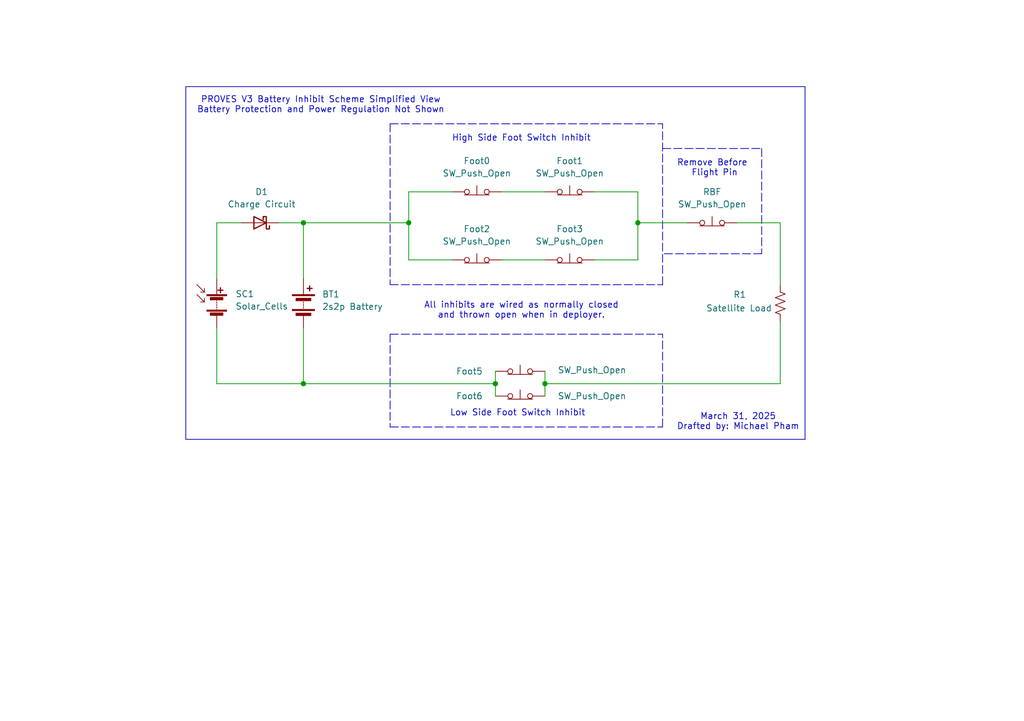
<source format=kicad_sch>
(kicad_sch (version 20250114) (generator "eeschema") (generator_version "9.0")
  (paper "A5")
  (lib_symbols
    (symbol "Device:Battery" (pin_numbers (hide yes)) (pin_names (offset 0) (hide yes))
      (property "Reference" "BT" (at 2.54 2.54 0))
      (property "Value" "Battery" (at 2.54 0 0))
      (symbol "Battery_0_1"
        (rectangle (start -2.286 1.778) (end 2.286 1.524) (fill (type outline)))
        (rectangle (start -2.286 -1.27) (end 2.286 -1.524) (fill (type outline)))
        (rectangle (start -1.524 1.016) (end 1.524 0.508) (fill (type outline)))
        (rectangle (start -1.524 -2.032) (end 1.524 -2.54) (fill (type outline)))
        (polyline (pts (xy 0 1.778) (xy 0 2.54)))
        (polyline (pts (xy 0 0) (xy 0 0.254)))
        (polyline (pts (xy 0 -0.508) (xy 0 -0.254)))
        (polyline (pts (xy 0 -1.016) (xy 0 -0.762)))
        (polyline (pts (xy 0.762 3.048) (xy 1.778 3.048)) (stroke (width 0.254)))
        (polyline (pts (xy 1.27 3.556) (xy 1.27 2.54)) (stroke (width 0.254)))
      )
      (symbol "Battery_1_1"
        (pin passive line (at 0 5.08 270) (length 2.54) (name "+") (number "1"))
        (pin passive line (at 0 -5.08 90) (length 2.54) (name "-") (number "2"))
      )
    )
    (symbol "Device:D_Schottky" (pin_numbers (hide yes)) (pin_names (offset 1.016) (hide yes))
      (property "Reference" "D" (at 0 2.54 0))
      (property "Value" "D_Schottky" (at 0 -2.54 0))
      (symbol "D_Schottky_0_1"
        (polyline (pts (xy -1.905 0.635) (xy -1.905 1.27) (xy -1.27 1.27) (xy -1.27 -1.27) (xy -0.635 -1.27) (xy -0.635 -0.635)) (stroke (width 0.254)))
        (polyline (pts (xy 1.27 1.27) (xy 1.27 -1.27) (xy -1.27 0) (xy 1.27 1.27)) (stroke (width 0.254)))
        (polyline (pts (xy 1.27 0) (xy -1.27 0)))
      )
      (symbol "D_Schottky_1_1"
        (pin passive line (at -3.81 0 0) (length 2.54) (name "K") (number "1"))
        (pin passive line (at 3.81 0 180) (length 2.54) (name "A") (number "2"))
      )
    )
    (symbol "Device:R_US" (pin_numbers (hide yes)) (pin_names (offset 0))
      (property "Reference" "R" (at 2.54 0 90))
      (property "Value" "R_US" (at -2.54 0 90))
      (symbol "R_US_0_1"
        (polyline (pts (xy 0 2.286) (xy 0 2.54)))
        (polyline (pts (xy 0 2.286) (xy 1.016 1.905) (xy 0 1.524) (xy -1.016 1.143) (xy 0 0.762)))
        (polyline (pts (xy 0 0.762) (xy 1.016 0.381) (xy 0 0) (xy -1.016 -0.381) (xy 0 -0.762)))
        (polyline (pts (xy 0 -0.762) (xy 1.016 -1.143) (xy 0 -1.524) (xy -1.016 -1.905) (xy 0 -2.286)))
        (polyline (pts (xy 0 -2.286) (xy 0 -2.54)))
      )
      (symbol "R_US_1_1"
        (pin passive line (at 0 3.81 270) (length 1.27) (name "~") (number "1"))
        (pin passive line (at 0 -3.81 90) (length 1.27) (name "~") (number "2"))
      )
    )
    (symbol "Device:Solar_Cells" (pin_numbers (hide yes)) (pin_names (offset 0) (hide yes))
      (property "Reference" "SC" (at 2.54 2.54 0))
      (property "Value" "Solar_Cells" (at 2.54 0 0))
      (symbol "Solar_Cells_0_1"
        (polyline (pts (xy -2.54 3.048) (xy -2.54 2.286) (xy -3.302 2.286)))
        (polyline (pts (xy -2.54 2.286) (xy -4.064 3.81)))
        (polyline (pts (xy -2.54 1.016) (xy -2.54 0.254) (xy -3.302 0.254)))
        (polyline (pts (xy -2.54 0.254) (xy -4.064 1.778)))
        (rectangle (start -2.032 1.778) (end 2.032 1.524) (fill (type outline)))
        (rectangle (start -2.032 -1.397) (end 2.032 -1.651) (fill (type outline)))
        (rectangle (start -1.3208 1.1938) (end 1.27 0.6858) (fill (type outline)))
        (rectangle (start -1.3208 -1.9812) (end 1.27 -2.4892) (fill (type outline)))
        (polyline (pts (xy 0 1.778) (xy 0 2.54)))
        (polyline (pts (xy 0 0.508) (xy 0 0.762)))
        (polyline (pts (xy 0 0) (xy 0 0.254)))
        (polyline (pts (xy 0 -0.508) (xy 0 -0.254)))
        (polyline (pts (xy 0 -1.016) (xy 0 -0.762)))
        (polyline (pts (xy 0 -1.524) (xy 0 -1.27)))
        (polyline (pts (xy 0.254 2.667) (xy 1.27 2.667)) (stroke (width 0.254)))
        (polyline (pts (xy 0.762 3.175) (xy 0.762 2.159)) (stroke (width 0.254)))
      )
      (symbol "Solar_Cells_1_1"
        (pin passive line (at 0 5.08 270) (length 2.54) (name "+") (number "1"))
        (pin passive line (at 0 -5.08 90) (length 2.54) (name "-") (number "2"))
      )
    )
    (symbol "Switch:SW_Push_Open" (pin_numbers (hide yes)) (pin_names (offset 1.016) (hide yes))
      (property "Reference" "SW" (at 0 2.54 0))
      (property "Value" "SW_Push_Open" (at 0 -1.905 0))
      (symbol "SW_Push_Open_0_1"
        (polyline (pts (xy -2.54 -0.635) (xy 2.54 -0.635)))
        (circle (center -2.032 0) (radius 0.508))
        (polyline (pts (xy 0 -0.635) (xy 0 1.27)))
        (circle (center 2.032 0) (radius 0.508))
        (pin passive line (at -5.08 0 0) (length 2.54) (name "A") (number "1"))
      )
      (symbol "SW_Push_Open_1_1"
        (pin passive line (at 5.08 0 180) (length 2.54) (name "B") (number "2"))
      )
    )
  )
  (text "Remove Before \nFlight Pin" (at 146.558 34.544 0) (effects (font (size 1.27 1.27))))
  (text "PROVES V3 Battery Inhibit Scheme Simplified View\nBattery Protection and Power Regulation Not Shown" (at 65.786 21.59 0) (effects (font (size 1.27 1.27))))
  (text "All inhibits are wired as normally closed\nand thrown open when in deployer." (at 106.934 63.754 0) (effects (font (size 1.27 1.27))))
  (text "March 31, 2025\nDrafted by: Michael Pham" (at 151.384 86.614 0) (effects (font (size 1.27 1.27))))
  (text "High Side Foot Switch Inhibit" (at 106.934 28.448 0) (effects (font (size 1.27 1.27))))
  (text "Low Side Foot Switch Inhibit" (at 106.172 84.836 0) (effects (font (size 1.27 1.27))))
  (junction (at 111.76 78.74))
  (junction (at 83.82 45.72))
  (junction (at 62.23 78.74))
  (junction (at 101.6 78.74))
  (junction (at 130.81 45.72))
  (junction (at 62.23 45.72))
  (wire (pts (xy 62.23 78.74) (xy 62.23 67.31)))
  (wire (pts (xy 102.87 39.37) (xy 111.76 39.37)))
  (wire (pts (xy 83.82 53.34) (xy 83.82 45.72)))
  (wire (pts (xy 160.02 45.72) (xy 160.02 58.42)))
  (polyline (pts (xy 135.89 30.48) (xy 156.21 30.48)) (stroke (width 0) (type dash)))
  (wire (pts (xy 101.6 78.74) (xy 62.23 78.74)))
  (polyline (pts (xy 135.89 87.63) (xy 135.89 68.58)) (stroke (width 0) (type dash)))
  (polyline (pts (xy 135.89 58.42) (xy 135.89 25.4)) (stroke (width 0) (type dash)))
  (wire (pts (xy 121.92 39.37) (xy 130.81 39.37)))
  (wire (pts (xy 83.82 39.37) (xy 92.71 39.37)))
  (wire (pts (xy 130.81 45.72) (xy 130.81 53.34)))
  (polyline (pts (xy 80.01 25.4) (xy 135.89 25.4)) (stroke (width 0) (type dash)))
  (wire (pts (xy 44.45 78.74) (xy 44.45 67.31)))
  (polyline (pts (xy 80.01 87.63) (xy 135.89 87.63)) (stroke (width 0) (type dash)))
  (polyline (pts (xy 80.01 68.58) (xy 80.01 87.63)) (stroke (width 0) (type dash)))
  (wire (pts (xy 83.82 45.72) (xy 83.82 39.37)))
  (polyline (pts (xy 38.1 17.78) (xy 38.1 90.17)))
  (polyline (pts (xy 38.1 90.17) (xy 165.1 90.17)))
  (wire (pts (xy 111.76 78.74) (xy 111.76 81.28)))
  (wire (pts (xy 160.02 66.04) (xy 160.02 78.74)))
  (wire (pts (xy 44.45 57.15) (xy 44.45 45.72)))
  (wire (pts (xy 130.81 53.34) (xy 121.92 53.34)))
  (wire (pts (xy 160.02 78.74) (xy 111.76 78.74)))
  (wire (pts (xy 102.87 53.34) (xy 111.76 53.34)))
  (wire (pts (xy 151.13 45.72) (xy 160.02 45.72)))
  (polyline (pts (xy 80.01 58.42) (xy 135.89 58.42)) (stroke (width 0) (type dash)))
  (wire (pts (xy 62.23 57.15) (xy 62.23 45.72)))
  (wire (pts (xy 101.6 78.74) (xy 101.6 81.28)))
  (polyline (pts (xy 156.21 52.07) (xy 135.89 52.07)) (stroke (width 0) (type dash)))
  (wire (pts (xy 62.23 45.72) (xy 83.82 45.72)))
  (wire (pts (xy 62.23 78.74) (xy 44.45 78.74)))
  (polyline (pts (xy 165.1 90.17) (xy 165.1 17.78)))
  (wire (pts (xy 130.81 45.72) (xy 140.97 45.72)))
  (wire (pts (xy 92.71 53.34) (xy 83.82 53.34)))
  (wire (pts (xy 130.81 39.37) (xy 130.81 45.72)))
  (polyline (pts (xy 156.21 30.48) (xy 156.21 52.07)) (stroke (width 0) (type dash)))
  (wire (pts (xy 44.45 45.72) (xy 49.53 45.72)))
  (wire (pts (xy 101.6 76.2) (xy 101.6 78.74)))
  (polyline (pts (xy 80.01 25.4) (xy 80.01 58.42)) (stroke (width 0) (type dash)))
  (polyline (pts (xy 80.01 68.58) (xy 135.89 68.58)) (stroke (width 0) (type dash)))
  (wire (pts (xy 57.15 45.72) (xy 62.23 45.72)))
  (polyline (pts (xy 38.1 17.78) (xy 165.1 17.78)))
  (wire (pts (xy 111.76 76.2) (xy 111.76 78.74)))
  (symbol (lib_id "Switch:SW_Push_Open") (at 97.79 53.34 0) (unit 1)
    (property "Reference" "Foot2" (at 97.79 46.99 0))
    (property "Value" "SW_Push_Open" (at 97.79 49.53 0))
    (property "Description" "Push button switch, push-to-open, generic, two pins" (effects (hide yes)))
  )
  (symbol (lib_id "Switch:SW_Push_Open") (at 116.84 39.37 0) (unit 1)
    (property "Reference" "Foot1" (at 116.84 33.02 0))
    (property "Value" "SW_Push_Open" (at 116.84 35.56 0))
    (property "Description" "Push button switch, push-to-open, generic, two pins" (effects (hide yes)))
  )
  (symbol (lib_id "Switch:SW_Push_Open") (at 106.68 81.28 0) (unit 1)
    (property "Reference" "Foot6" (at 96.266 81.28 0))
    (property "Value" "SW_Push_Open" (at 121.412 81.28 0))
    (property "Description" "Push button switch, push-to-open, generic, two pins" (effects (hide yes)))
  )
  (symbol (lib_id "Switch:SW_Push_Open") (at 146.05 45.72 0) (unit 1)
    (property "Reference" "RBF" (at 146.05 39.37 0))
    (property "Value" "SW_Push_Open" (at 146.05 41.91 0))
    (property "Description" "Push button switch, push-to-open, generic, two pins" (effects (hide yes)))
  )
  (symbol (lib_id "Switch:SW_Push_Open") (at 106.68 76.2 0) (unit 1)
    (property "Reference" "Foot5" (at 96.266 76.2 0))
    (property "Value" "SW_Push_Open" (at 121.412 75.946 0))
    (property "Description" "Push button switch, push-to-open, generic, two pins" (effects (hide yes)))
  )
  (symbol (lib_id "Device:Solar_Cells") (at 44.45 62.23 0) (unit 1)
    (property "Reference" "SC1" (at 48.26 60.3249 0) (effects (justify left)))
    (property "Value" "Solar_Cells" (at 48.26 62.8649 0) (effects (justify left)))
    (property "Description" "Multiple solar cells" (effects (hide yes)))
  )
  (symbol (lib_id "Device:D_Schottky") (at 53.34 45.72 180) (unit 1)
    (property "Reference" "D1" (at 53.6575 39.37 0))
    (property "Value" "Charge Circuit" (at 53.6575 41.91 0))
    (property "Description" "Schottky diode" (effects (hide yes)))
  )
  (symbol (lib_id "Device:R_US") (at 160.02 62.23 0) (unit 1)
    (property "Reference" "R1" (at 150.368 60.452 0) (effects (justify left)))
    (property "Value" "Satellite Load" (at 144.78 63.246 0) (effects (justify left)))
    (property "Description" "Resistor, US symbol" (effects (hide yes)))
  )
  (symbol (lib_id "Device:Battery") (at 62.23 62.23 0) (unit 1)
    (property "Reference" "BT1" (at 66.04 60.3884 0) (effects (justify left)))
    (property "Value" "2s2p Battery" (at 66.04 62.9284 0) (effects (justify left)))
    (property "Description" "Multiple-cell battery" (effects (hide yes)))
  )
  (symbol (lib_id "Switch:SW_Push_Open") (at 97.79 39.37 0) (unit 1)
    (property "Reference" "Foot0" (at 97.79 33.02 0))
    (property "Value" "SW_Push_Open" (at 97.79 35.56 0))
    (property "Description" "Push button switch, push-to-open, generic, two pins" (effects (hide yes)))
  )
  (symbol (lib_id "Switch:SW_Push_Open") (at 116.84 53.34 0) (unit 1)
    (property "Reference" "Foot3" (at 116.84 46.99 0))
    (property "Value" "SW_Push_Open" (at 116.84 49.53 0))
    (property "Description" "Push button switch, push-to-open, generic, two pins" (effects (hide yes)))
  )
)
</source>
